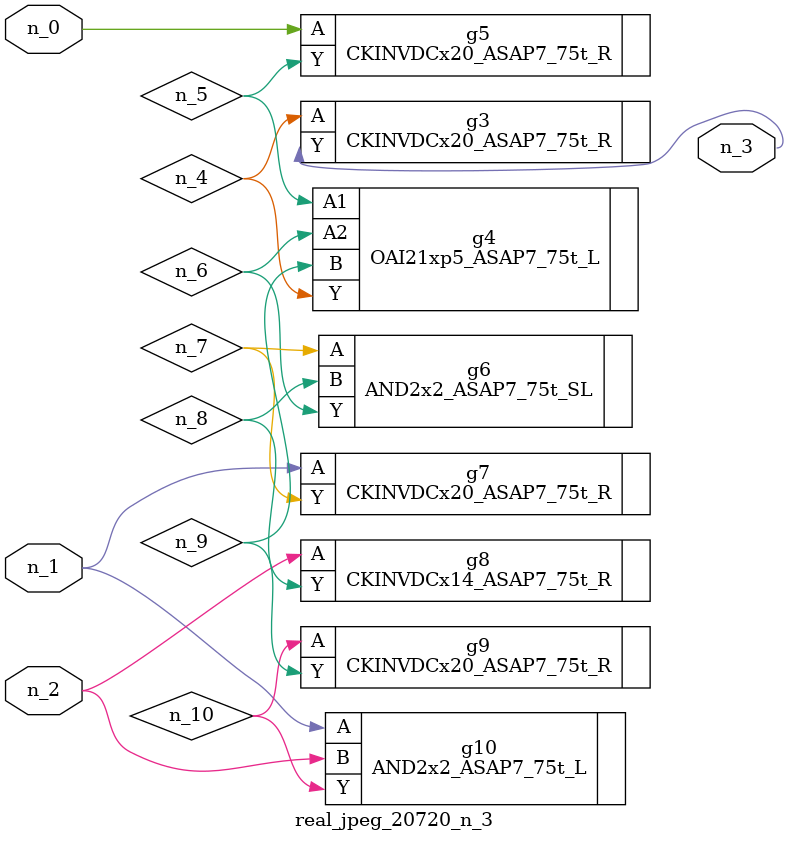
<source format=v>
module real_jpeg_20720_n_3 (n_1, n_0, n_2, n_3);

input n_1;
input n_0;
input n_2;

output n_3;

wire n_5;
wire n_4;
wire n_8;
wire n_6;
wire n_7;
wire n_10;
wire n_9;

CKINVDCx20_ASAP7_75t_R g5 ( 
.A(n_0),
.Y(n_5)
);

CKINVDCx20_ASAP7_75t_R g7 ( 
.A(n_1),
.Y(n_7)
);

AND2x2_ASAP7_75t_L g10 ( 
.A(n_1),
.B(n_2),
.Y(n_10)
);

CKINVDCx14_ASAP7_75t_R g8 ( 
.A(n_2),
.Y(n_8)
);

CKINVDCx20_ASAP7_75t_R g3 ( 
.A(n_4),
.Y(n_3)
);

OAI21xp5_ASAP7_75t_L g4 ( 
.A1(n_5),
.A2(n_6),
.B(n_9),
.Y(n_4)
);

AND2x2_ASAP7_75t_SL g6 ( 
.A(n_7),
.B(n_8),
.Y(n_6)
);

CKINVDCx20_ASAP7_75t_R g9 ( 
.A(n_10),
.Y(n_9)
);


endmodule
</source>
